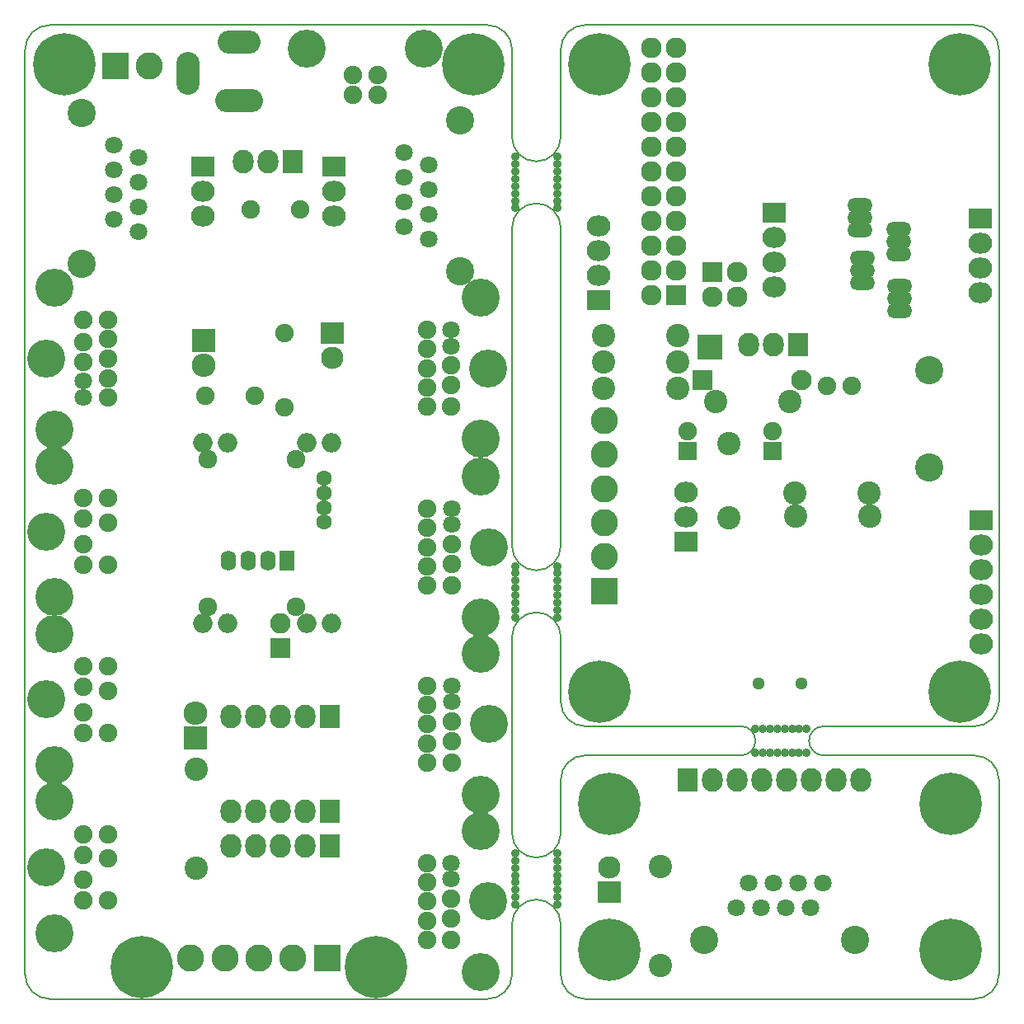
<source format=gbs>
G04 #@! TF.GenerationSoftware,KiCad,Pcbnew,5.1.5-52549c5~84~ubuntu18.04.1*
G04 #@! TF.CreationDate,2020-02-09T19:15:05+01:00*
G04 #@! TF.ProjectId,BPI-AddOn,4250492d-4164-4644-9f6e-2e6b69636164,rev?*
G04 #@! TF.SameCoordinates,Original*
G04 #@! TF.FileFunction,Soldermask,Bot*
G04 #@! TF.FilePolarity,Negative*
%FSLAX46Y46*%
G04 Gerber Fmt 4.6, Leading zero omitted, Abs format (unit mm)*
G04 Created by KiCad (PCBNEW 5.1.5-52549c5~84~ubuntu18.04.1) date 2020-02-09 19:15:05*
%MOMM*%
%LPD*%
G04 APERTURE LIST*
%ADD10C,0.150000*%
%ADD11O,2.100000X2.100000*%
%ADD12R,2.100000X2.100000*%
%ADD13C,1.901140*%
%ADD14C,1.900000*%
%ADD15C,2.900000*%
%ADD16C,1.800000*%
%ADD17C,0.900000*%
%ADD18O,1.598880X2.099260*%
%ADD19R,1.598880X2.099260*%
%ADD20R,2.127200X2.127200*%
%ADD21O,2.127200X2.127200*%
%ADD22C,6.400000*%
%ADD23C,3.900000*%
%ADD24R,2.432000X2.127200*%
%ADD25O,2.432000X2.127200*%
%ADD26R,2.127200X2.432000*%
%ADD27O,2.127200X2.432000*%
%ADD28C,2.800000*%
%ADD29R,2.800000X2.800000*%
%ADD30O,2.398980X4.400500*%
%ADD31O,4.400500X2.398980*%
%ADD32O,4.900880X2.398980*%
%ADD33R,1.900000X1.900000*%
%ADD34C,2.099260*%
%ADD35R,2.099260X2.099260*%
%ADD36C,2.899360*%
%ADD37C,1.299160*%
%ADD38R,2.432000X2.432000*%
%ADD39O,2.432000X2.432000*%
%ADD40C,2.398980*%
%ADD41C,3.900120*%
%ADD42R,2.400000X2.300000*%
%ADD43C,2.300000*%
%ADD44O,2.600000X1.500000*%
%ADD45R,2.635200X2.635200*%
%ADD46O,2.000000X2.000000*%
%ADD47C,1.924000*%
%ADD48C,1.600000*%
G04 APERTURE END LIST*
D10*
X167000000Y-126500000D02*
X167000000Y-146500000D01*
X167000000Y-118500000D02*
X167000000Y-51500000D01*
X122000000Y-112500000D02*
X122000000Y-118500000D01*
X122000000Y-126500000D02*
X122000000Y-132000000D01*
X117000000Y-69800000D02*
X117000000Y-102500000D01*
X122000000Y-102500000D02*
X122000000Y-69800000D01*
X117000000Y-112500000D02*
X117000000Y-111800000D01*
X122000000Y-112500000D02*
X122000000Y-111800000D01*
X117000000Y-146500000D02*
X117000000Y-141300000D01*
X122000000Y-141300000D02*
X122000000Y-146500000D01*
X117000000Y-129500000D02*
X117000000Y-132000000D01*
X117000000Y-112500000D02*
X117000000Y-129500000D01*
X117000000Y-102500000D02*
G75*
G03X119500000Y-105000000I2500000J0D01*
G01*
X119500000Y-105000000D02*
G75*
G03X122000000Y-102500000I0J2500000D01*
G01*
X119500000Y-109300000D02*
G75*
G03X117000000Y-111800000I0J-2500000D01*
G01*
X122000000Y-111800000D02*
G75*
G03X119500000Y-109300000I-2500000J0D01*
G01*
X149000000Y-124000000D02*
X164500000Y-124000000D01*
X167000000Y-126500000D02*
G75*
G03X164500000Y-124000000I-2500000J0D01*
G01*
X149000000Y-121000000D02*
X164500000Y-121000000D01*
X124500000Y-124000000D02*
X140500000Y-124000000D01*
X124500000Y-121000000D02*
X140500000Y-121000000D01*
X164500000Y-121000000D02*
G75*
G03X167000000Y-118500000I0J2500000D01*
G01*
X147500000Y-122500000D02*
G75*
G03X149000000Y-124000000I1500000J0D01*
G01*
X149000000Y-121000000D02*
G75*
G03X147500000Y-122500000I0J-1500000D01*
G01*
X140500000Y-124000000D02*
G75*
G03X142000000Y-122500000I0J1500000D01*
G01*
X142000000Y-122500000D02*
G75*
G03X140500000Y-121000000I-1500000J0D01*
G01*
X122000000Y-118500000D02*
G75*
G03X124500000Y-121000000I2500000J0D01*
G01*
X124500000Y-124000000D02*
G75*
G03X122000000Y-126500000I0J-2500000D01*
G01*
X119500000Y-67300000D02*
G75*
G03X117000000Y-69800000I0J-2500000D01*
G01*
X122000000Y-69800000D02*
G75*
G03X119500000Y-67300000I-2500000J0D01*
G01*
X117000000Y-132000000D02*
G75*
G03X119500000Y-134500000I2500000J0D01*
G01*
X119500000Y-134500000D02*
G75*
G03X122000000Y-132000000I0J2500000D01*
G01*
X122000000Y-60500000D02*
X122000000Y-51500000D01*
X119500000Y-63000000D02*
G75*
G03X122000000Y-60500000I0J2500000D01*
G01*
X117000000Y-60500000D02*
G75*
G03X119500000Y-63000000I2500000J0D01*
G01*
X124500000Y-49000000D02*
G75*
G03X122000000Y-51500000I0J-2500000D01*
G01*
X119500000Y-138800000D02*
G75*
G03X117000000Y-141300000I0J-2500000D01*
G01*
X122000000Y-141300000D02*
G75*
G03X119500000Y-138800000I-2500000J0D01*
G01*
X117000000Y-51500000D02*
X117000000Y-60500000D01*
X124500000Y-49000000D02*
X164500000Y-49000000D01*
X124500000Y-149000000D02*
X164500000Y-149000000D01*
X122000000Y-146500000D02*
G75*
G03X124500000Y-149000000I2500000J0D01*
G01*
X117000000Y-51500000D02*
G75*
G03X114500000Y-49000000I-2500000J0D01*
G01*
X114500000Y-149000000D02*
G75*
G03X117000000Y-146500000I0J2500000D01*
G01*
X67000000Y-146500000D02*
G75*
G03X69500000Y-149000000I2500000J0D01*
G01*
X164500000Y-149000000D02*
G75*
G03X167000000Y-146500000I0J2500000D01*
G01*
X69500000Y-49000000D02*
G75*
G03X67000000Y-51500000I0J-2500000D01*
G01*
X167000000Y-51500000D02*
G75*
G03X164500000Y-49000000I-2500000J0D01*
G01*
X67000000Y-146500000D02*
X67000000Y-51500000D01*
X69500000Y-149000000D02*
X114500000Y-149000000D01*
X69500000Y-49000000D02*
X114500000Y-49000000D01*
D11*
X93218000Y-110439200D03*
D12*
X93218000Y-112979200D03*
D13*
X90170000Y-67970400D03*
X95250000Y-67970400D03*
D14*
X90576400Y-87071200D03*
X85496400Y-87071200D03*
D15*
X152225200Y-142949200D03*
X136725200Y-142949200D03*
D16*
X148920200Y-137119200D03*
X147650200Y-139659200D03*
X146380200Y-137119200D03*
X145110200Y-139659200D03*
X143840200Y-137119200D03*
X141300200Y-137119200D03*
X140030200Y-139659200D03*
X142570200Y-139659200D03*
D17*
X117350000Y-67800000D03*
X117350000Y-67050000D03*
X117350000Y-62550000D03*
X117350000Y-63300000D03*
X117350000Y-64050000D03*
X117350000Y-64800000D03*
X117350000Y-65550000D03*
X117350000Y-66300000D03*
D18*
X87900260Y-104000000D03*
X91900760Y-104000000D03*
X89899240Y-104000000D03*
D19*
X93902280Y-104000000D03*
D20*
X133858000Y-76733400D03*
D21*
X131318000Y-76733400D03*
X133858000Y-74193400D03*
X131318000Y-74193400D03*
X133858000Y-71653400D03*
X131318000Y-71653400D03*
X133858000Y-69113400D03*
X131318000Y-69113400D03*
X133858000Y-66573400D03*
X131318000Y-66573400D03*
X133858000Y-64033400D03*
X131318000Y-64033400D03*
X133858000Y-61493400D03*
X131318000Y-61493400D03*
X133858000Y-58953400D03*
X131318000Y-58953400D03*
X133858000Y-56413400D03*
X131318000Y-56413400D03*
X133858000Y-53873400D03*
X131318000Y-53873400D03*
X133858000Y-51333400D03*
X131318000Y-51333400D03*
D22*
X162000000Y-129000000D03*
X163000000Y-117500000D03*
X126000000Y-53000000D03*
X163000000Y-53000000D03*
X126000000Y-117500000D03*
X162000000Y-144000000D03*
X127000000Y-129000000D03*
X127000000Y-144000000D03*
X103000000Y-145750000D03*
X113000000Y-53000000D03*
X79000000Y-145750000D03*
D16*
X110750000Y-136700000D03*
D14*
X110750000Y-138700000D03*
X110750000Y-140700000D03*
D16*
X110750000Y-135050000D03*
D14*
X108250000Y-137000000D03*
X108250000Y-139000000D03*
X110750000Y-142950000D03*
X108250000Y-135050000D03*
X108250000Y-141000000D03*
X108250000Y-142950000D03*
D23*
X113750000Y-146250000D03*
X114550000Y-139000000D03*
X113750000Y-131750000D03*
D16*
X110800000Y-118500000D03*
D14*
X110800000Y-120500000D03*
X110800000Y-122500000D03*
D16*
X110800000Y-116850000D03*
D14*
X108300000Y-118800000D03*
X108300000Y-120800000D03*
X110800000Y-124750000D03*
X108300000Y-116850000D03*
X108300000Y-122800000D03*
X108300000Y-124750000D03*
D23*
X113800000Y-128050000D03*
X114600000Y-120800000D03*
X113800000Y-113550000D03*
D16*
X110800000Y-100300000D03*
D14*
X110800000Y-102300000D03*
X110800000Y-104300000D03*
D16*
X110800000Y-98650000D03*
D14*
X108300000Y-100600000D03*
X108300000Y-102600000D03*
X110800000Y-106550000D03*
X108300000Y-98650000D03*
X108300000Y-104600000D03*
X108300000Y-106550000D03*
D23*
X113800000Y-109850000D03*
X114600000Y-102600000D03*
X113800000Y-95350000D03*
D16*
X110750000Y-81950000D03*
D14*
X110750000Y-83950000D03*
X110750000Y-85950000D03*
D16*
X110750000Y-80300000D03*
D14*
X108250000Y-82250000D03*
X108250000Y-84250000D03*
X110750000Y-88200000D03*
X108250000Y-80300000D03*
X108250000Y-86250000D03*
X108250000Y-88200000D03*
D23*
X113750000Y-91500000D03*
X114550000Y-84250000D03*
X113750000Y-77000000D03*
D16*
X73000000Y-85550000D03*
D14*
X73000000Y-83550000D03*
X73000000Y-81550000D03*
D16*
X73000000Y-87200000D03*
D14*
X75500000Y-85250000D03*
X75500000Y-83250000D03*
X73000000Y-79300000D03*
X75500000Y-87200000D03*
X75500000Y-81250000D03*
X75500000Y-79300000D03*
D23*
X70000000Y-76000000D03*
X69200000Y-83250000D03*
X70000000Y-90500000D03*
D14*
X73000000Y-119550000D03*
X73000000Y-116950000D03*
X73000000Y-121650000D03*
X73000000Y-114850000D03*
X75500000Y-121650000D03*
X75500000Y-117350000D03*
X75500000Y-114850000D03*
D23*
X70000000Y-111500000D03*
X69200000Y-118250000D03*
X70000000Y-125000000D03*
D14*
X73000000Y-136800000D03*
X73000000Y-134200000D03*
X73000000Y-138900000D03*
X73000000Y-132100000D03*
X75500000Y-138900000D03*
X75500000Y-134600000D03*
X75500000Y-132100000D03*
D23*
X70000000Y-128750000D03*
X69200000Y-135500000D03*
X70000000Y-142250000D03*
D16*
X76090000Y-63845000D03*
X76090000Y-61305000D03*
X78630000Y-62575000D03*
X78630000Y-65115000D03*
X76090000Y-66385000D03*
X78630000Y-67655000D03*
X76090000Y-68925000D03*
X78630000Y-70195000D03*
D15*
X72800000Y-58000000D03*
X72800000Y-73500000D03*
D16*
X108410000Y-68405000D03*
X108410000Y-70945000D03*
X105870000Y-69675000D03*
X105870000Y-67135000D03*
X108410000Y-65865000D03*
X105870000Y-64595000D03*
X108410000Y-63325000D03*
X105870000Y-62055000D03*
D15*
X111700000Y-74250000D03*
X111700000Y-58750000D03*
D24*
X85250000Y-63500000D03*
D25*
X85250000Y-66040000D03*
X85250000Y-68580000D03*
D24*
X98750000Y-63500000D03*
D25*
X98750000Y-66040000D03*
X98750000Y-68580000D03*
D22*
X71000000Y-53000000D03*
D26*
X98250000Y-133250000D03*
D27*
X95710000Y-133250000D03*
X93170000Y-133250000D03*
X90630000Y-133250000D03*
X88090000Y-133250000D03*
D28*
X94500000Y-144800000D03*
D29*
X98000000Y-144800000D03*
D28*
X91000000Y-144800000D03*
X87500000Y-144800000D03*
X84000000Y-144800000D03*
D30*
X83699020Y-54000120D03*
D31*
X89000000Y-50748920D03*
D32*
X89000000Y-56750940D03*
D26*
X135000000Y-126500000D03*
D27*
X137540000Y-126500000D03*
X140080000Y-126500000D03*
X142620000Y-126500000D03*
X145160000Y-126500000D03*
X147700000Y-126500000D03*
X150240000Y-126500000D03*
X152780000Y-126500000D03*
D26*
X98250000Y-129750000D03*
D27*
X95710000Y-129750000D03*
X93170000Y-129750000D03*
X90630000Y-129750000D03*
X88090000Y-129750000D03*
D26*
X98250000Y-120000000D03*
D27*
X95710000Y-120000000D03*
X93170000Y-120000000D03*
X90630000Y-120000000D03*
X88090000Y-120000000D03*
D28*
X79750000Y-53200000D03*
D29*
X76250000Y-53200000D03*
D26*
X94500000Y-63000000D03*
D27*
X91960000Y-63000000D03*
X89420000Y-63000000D03*
D13*
X149352000Y-86042500D03*
X151892000Y-86042500D03*
D33*
X143764000Y-92694000D03*
D14*
X143764000Y-90694000D03*
D33*
X135001000Y-92694000D03*
D14*
X135001000Y-90694000D03*
D34*
X146749020Y-85468460D03*
D35*
X136589020Y-85468460D03*
D14*
X73000000Y-102300000D03*
X73000000Y-99700000D03*
X73000000Y-104400000D03*
X73000000Y-97600000D03*
X75500000Y-104400000D03*
X75500000Y-100100000D03*
X75500000Y-97600000D03*
D23*
X70000000Y-94250000D03*
X69200000Y-101000000D03*
X70000000Y-107750000D03*
D36*
X159829500Y-84406740D03*
X159829500Y-94409260D03*
D37*
X142302900Y-116628400D03*
X146699640Y-116628400D03*
D24*
X165201600Y-99822000D03*
D25*
X165201600Y-102362000D03*
X165201600Y-104902000D03*
X165201600Y-107442000D03*
X165201600Y-109982000D03*
X165201600Y-112522000D03*
D28*
X126480800Y-103598800D03*
D29*
X126480800Y-107098800D03*
D28*
X126480800Y-100098800D03*
X126480800Y-96598800D03*
X126480800Y-93098800D03*
X126480800Y-89598800D03*
D38*
X84518500Y-122237500D03*
D39*
X84518500Y-119697500D03*
D40*
X153733500Y-99441000D03*
X146113500Y-99441000D03*
X137922000Y-87693500D03*
X145542000Y-87693500D03*
X139255500Y-99631500D03*
X139255500Y-92011500D03*
X146050000Y-97028000D03*
X153670000Y-97028000D03*
D14*
X93599000Y-80645000D03*
X93599000Y-88265000D03*
D17*
X142000000Y-123750000D03*
X142750000Y-123750000D03*
X147250000Y-123750000D03*
X146500000Y-123750000D03*
X145750000Y-123750000D03*
X145000000Y-123750000D03*
X144250000Y-123750000D03*
X143500000Y-123750000D03*
X142000000Y-121250000D03*
X142750000Y-121250000D03*
X147250000Y-121250000D03*
X146500000Y-121250000D03*
X145750000Y-121250000D03*
X145000000Y-121250000D03*
X144250000Y-121250000D03*
X143500000Y-121250000D03*
X121650000Y-139300000D03*
X121650000Y-138550000D03*
X121650000Y-134050000D03*
X121650000Y-134800000D03*
X121650000Y-135550000D03*
X121650000Y-136300000D03*
X121650000Y-137050000D03*
X121650000Y-137800000D03*
X117350000Y-139300000D03*
X117350000Y-138550000D03*
X117350000Y-134050000D03*
X117350000Y-134800000D03*
X117350000Y-135550000D03*
X117350000Y-136300000D03*
X117350000Y-137050000D03*
X117350000Y-137800000D03*
X121650000Y-109800000D03*
X121650000Y-109050000D03*
X121650000Y-104550000D03*
X121650000Y-105300000D03*
X121650000Y-106050000D03*
X121650000Y-106800000D03*
X121650000Y-107550000D03*
X121650000Y-108300000D03*
X117350000Y-109800000D03*
X117350000Y-109050000D03*
X117350000Y-104550000D03*
X117350000Y-105300000D03*
X117350000Y-106050000D03*
X117350000Y-106800000D03*
X117350000Y-107550000D03*
X117350000Y-108300000D03*
X121650000Y-67800000D03*
X121650000Y-67050000D03*
X121650000Y-62550000D03*
X121650000Y-63300000D03*
X121650000Y-64050000D03*
X121650000Y-64800000D03*
X121650000Y-65550000D03*
X121650000Y-66300000D03*
D40*
X84582000Y-135572500D03*
X84582000Y-125412500D03*
D13*
X103162100Y-54152800D03*
X100672900Y-54152800D03*
X100672900Y-56159400D03*
X103162100Y-56159400D03*
D41*
X107937300Y-51435000D03*
X95897700Y-51435000D03*
D42*
X127000000Y-138000000D03*
D43*
X127000000Y-135460000D03*
D40*
X132270500Y-135445500D03*
X132270500Y-145605500D03*
D26*
X146367500Y-81788000D03*
D27*
X143827500Y-81788000D03*
X141287500Y-81788000D03*
D24*
X125882400Y-77241400D03*
D25*
X125882400Y-74701400D03*
X125882400Y-72161400D03*
X125882400Y-69621400D03*
D24*
X134874000Y-102044500D03*
D25*
X134874000Y-99504500D03*
X134874000Y-96964500D03*
D44*
X152717500Y-67500500D03*
X152717500Y-68770500D03*
X152717500Y-70040500D03*
X156718000Y-69977000D03*
X156718000Y-71247000D03*
X156718000Y-72517000D03*
X152971500Y-72961500D03*
X152971500Y-74231500D03*
X152971500Y-75501500D03*
X156781500Y-75819000D03*
X156781500Y-77089000D03*
X156781500Y-78359000D03*
D20*
X137604500Y-74358500D03*
D21*
X140144500Y-74358500D03*
X137604500Y-76898500D03*
X140144500Y-76898500D03*
D45*
X137287000Y-82042000D03*
D40*
X133985000Y-80899000D03*
X126365000Y-80899000D03*
X133985000Y-83629500D03*
X126365000Y-83629500D03*
X126365000Y-86296500D03*
X133985000Y-86296500D03*
D24*
X143954500Y-68262500D03*
D25*
X143954500Y-70802500D03*
X143954500Y-73342500D03*
X143954500Y-75882500D03*
D24*
X165100000Y-68834000D03*
D25*
X165100000Y-71374000D03*
X165100000Y-73914000D03*
X165100000Y-76454000D03*
D46*
X85217000Y-91884500D03*
X87757000Y-91884500D03*
X95885000Y-91884500D03*
X98425000Y-91884500D03*
X85217000Y-110426500D03*
X87757000Y-110426500D03*
X95885000Y-110426500D03*
X98425000Y-110426500D03*
D47*
X94821000Y-93555500D03*
X94821000Y-108755500D03*
X85721000Y-93555500D03*
X85721000Y-108755500D03*
D42*
X98552000Y-80645000D03*
D43*
X98552000Y-83185000D03*
D38*
X85344000Y-81407000D03*
D39*
X85344000Y-83947000D03*
D48*
X97663000Y-95540000D03*
X97663000Y-97040000D03*
X97663000Y-100040000D03*
X97663000Y-98540000D03*
M02*

</source>
